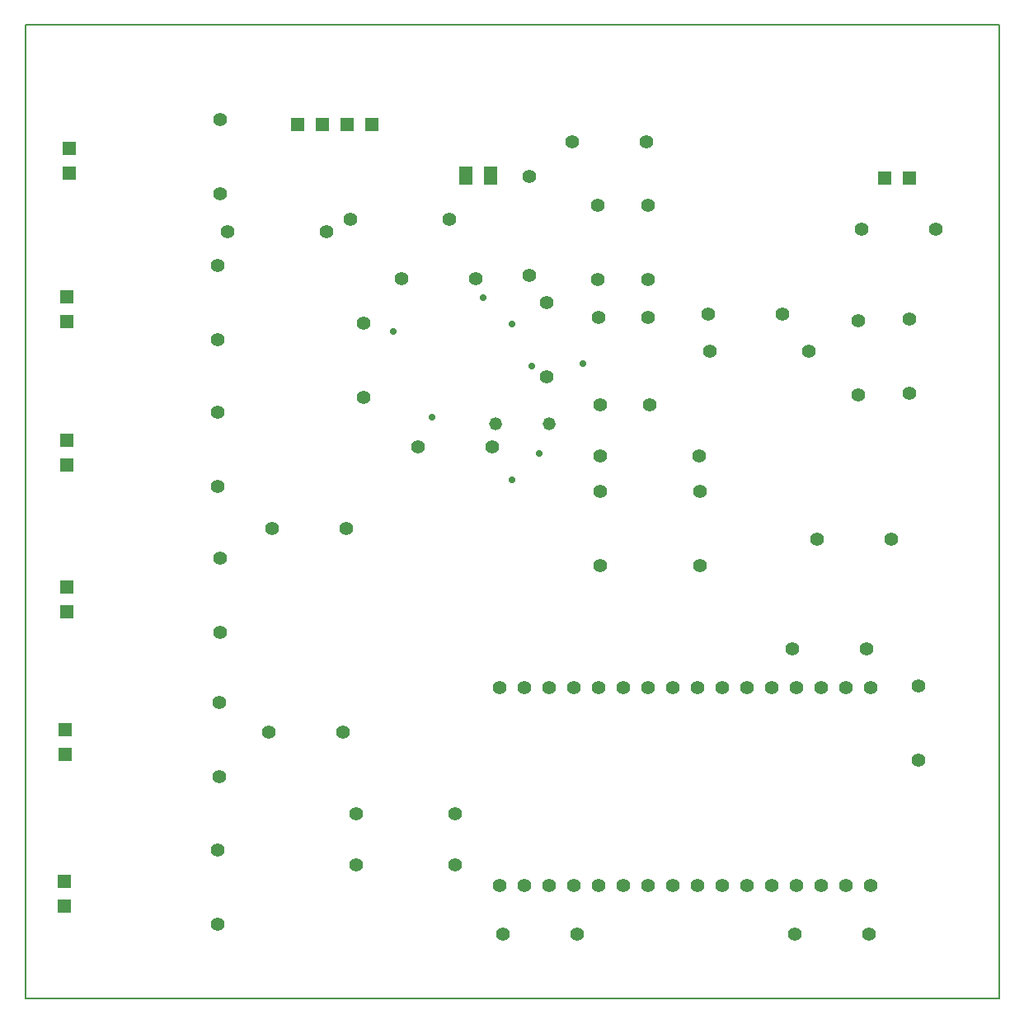
<source format=gbr>
%FSLAX23Y23*%
%MOIN*%
G04 EasyPC Gerber Version 12.0.1 Build 2704 *
%ADD76R,0.05600X0.07600*%
%ADD78R,0.05600X0.05600*%
%ADD95C,0.00800*%
%ADD84C,0.02800*%
%ADD85C,0.05200*%
%ADD82C,0.05600*%
%ADD77C,0.05600*%
X0Y0D02*
D02*
D76*
X1925Y3331D03*
X1825D03*
D02*
D77*
X3726Y3114D03*
X3657Y969D03*
Y1269D03*
X3618Y2450D03*
Y2750D03*
X3545Y1860D03*
X3456Y266D03*
X3447Y1417D03*
X3426Y3114D03*
X3411Y2445D03*
Y2745D03*
X3245Y1860D03*
X3211Y2622D03*
X3156Y266D03*
X3147Y1417D03*
X3106Y2770D03*
X2811Y2622D03*
X2806Y2770D03*
X2771Y1756D03*
Y2056D03*
X2768Y2199D03*
X2568Y2406D03*
X2564Y2758D03*
Y2911D03*
Y3211D03*
X2555Y3469D03*
X2368Y1756D03*
Y2056D03*
Y2199D03*
Y2406D03*
X2364Y2758D03*
X2358Y2911D03*
Y3211D03*
X2275Y266D03*
X2255Y3469D03*
X2151Y2517D03*
Y2817D03*
X2082Y2929D03*
Y3329D03*
X1975Y266D03*
X1931Y2234D03*
X1865Y2915D03*
X1784Y545D03*
Y752D03*
X1758Y3154D03*
X1631Y2234D03*
X1565Y2915D03*
X1413Y2435D03*
Y2735D03*
X1384Y545D03*
Y752D03*
X1358Y3154D03*
X1344Y1904D03*
X1330Y1083D03*
X1262Y3104D03*
X1044Y1904D03*
X1030Y1083D03*
X862Y3104D03*
X832Y1485D03*
Y1785D03*
Y3257D03*
Y3557D03*
X830Y903D03*
Y1203D03*
X823Y304D03*
Y604D03*
Y2076D03*
Y2376D03*
Y2667D03*
Y2967D03*
D02*
D78*
X3619Y3321D03*
X3519D03*
X1447Y3537D03*
X1347D03*
X1247D03*
X1147D03*
X222Y3341D03*
Y3441D03*
X212Y1569D03*
Y1669D03*
Y2160D03*
Y2260D03*
Y2740D03*
Y2840D03*
X206Y992D03*
Y1092D03*
X203Y378D03*
Y478D03*
D02*
D82*
X3462Y460D03*
Y1260D03*
X3362Y460D03*
Y1260D03*
X3262Y460D03*
Y1260D03*
X3162Y460D03*
Y1260D03*
X3062Y460D03*
Y1260D03*
X2962Y460D03*
Y1260D03*
X2862Y460D03*
Y1260D03*
X2762Y460D03*
Y1260D03*
X2662Y460D03*
Y1260D03*
X2562Y460D03*
Y1260D03*
X2462Y460D03*
Y1260D03*
X2362Y460D03*
Y1260D03*
X2262Y460D03*
Y1260D03*
X2162Y460D03*
Y1260D03*
X2062Y460D03*
Y1260D03*
X1962Y460D03*
Y1260D03*
D02*
D84*
X2299Y2573D03*
X2122Y2209D03*
X2092Y2563D03*
X2014Y2100D03*
Y2730D03*
X1895Y2839D03*
X1689Y2356D03*
X1531Y2701D03*
D02*
D85*
X2161Y2327D03*
X1945D03*
D02*
D95*
X3982Y4D02*
X45D01*
Y3941*
X3982*
Y4*
X0Y0D02*
M02*

</source>
